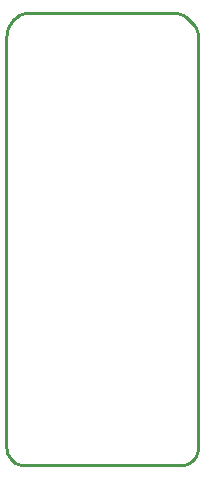
<source format=gko>
G04 Layer_Color=16711935*
%FSLAX25Y25*%
%MOIN*%
G70*
G01*
G75*
%ADD16C,0.01000*%
D16*
X2000Y7200D02*
X2091Y6158D01*
X2362Y5148D01*
X2804Y4200D01*
X3404Y3343D01*
X4143Y2604D01*
X5000Y2004D01*
X5948Y1562D01*
X6958Y1291D01*
X8000Y1200D01*
X10000Y152000D02*
X9036Y151942D01*
X8085Y151768D01*
X7163Y151480D01*
X6282Y151084D01*
X5455Y150584D01*
X4695Y149988D01*
X4012Y149305D01*
X3416Y148545D01*
X2916Y147718D01*
X2520Y146837D01*
X2232Y145914D01*
X2058Y144964D01*
X2000Y144000D01*
X66000Y143000D02*
X65943Y144008D01*
X65774Y145003D01*
X65495Y145973D01*
X65109Y146905D01*
X64621Y147788D01*
X64037Y148611D01*
X63364Y149364D01*
X62611Y150037D01*
X61788Y150620D01*
X60905Y151109D01*
X59973Y151495D01*
X59003Y151774D01*
X58008Y151943D01*
X57000Y152000D01*
X60000Y1200D02*
X61042Y1291D01*
X62052Y1562D01*
X63000Y2004D01*
X63857Y2604D01*
X64596Y3343D01*
X65196Y4200D01*
X65638Y5148D01*
X65909Y6158D01*
X66000Y7200D01*
X2000D02*
Y144000D01*
X10000Y152000D02*
X57000D01*
X66000Y7200D02*
Y143000D01*
X8000Y1200D02*
X60000D01*
M02*

</source>
